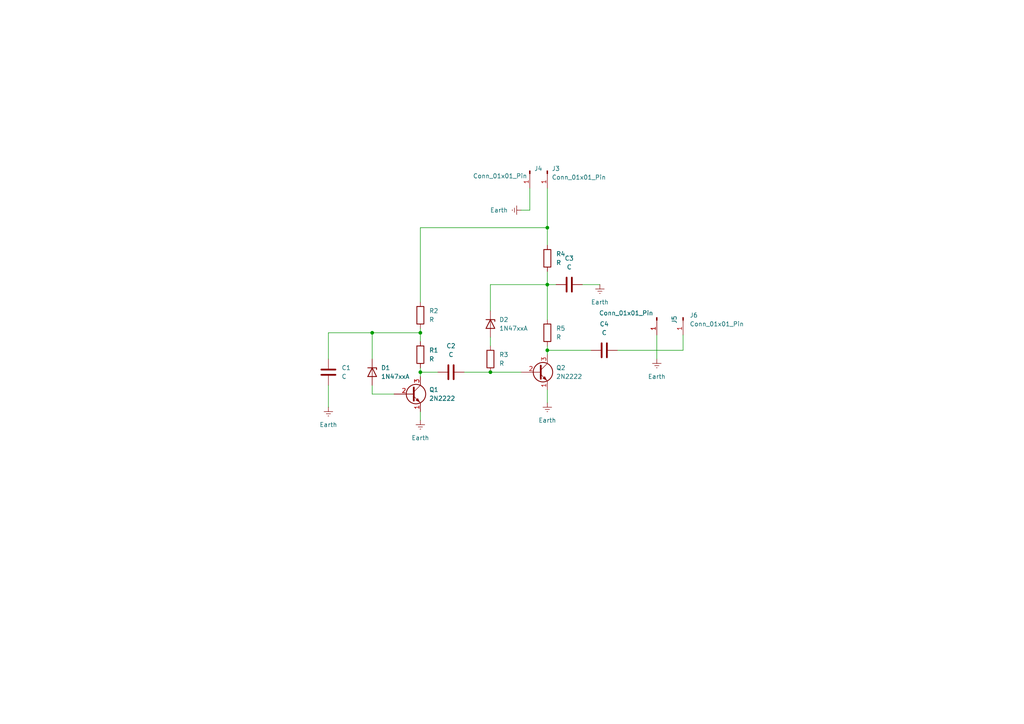
<source format=kicad_sch>
(kicad_sch
	(version 20231120)
	(generator "eeschema")
	(generator_version "8.0")
	(uuid "63a35b34-febc-449c-a5fb-896f1f8e8835")
	(paper "A4")
	(lib_symbols
		(symbol "Conn_01x01_Pin_1"
			(pin_names
				(offset 1.016) hide)
			(exclude_from_sim no)
			(in_bom yes)
			(on_board yes)
			(property "Reference" "J"
				(at 0 2.54 0)
				(effects
					(font
						(size 1.27 1.27)
					)
				)
			)
			(property "Value" "Conn_01x01_Pin"
				(at 0 -2.54 0)
				(effects
					(font
						(size 1.27 1.27)
					)
				)
			)
			(property "Footprint" ""
				(at 0 0 0)
				(effects
					(font
						(size 1.27 1.27)
					)
					(hide yes)
				)
			)
			(property "Datasheet" "~"
				(at 0 0 0)
				(effects
					(font
						(size 1.27 1.27)
					)
					(hide yes)
				)
			)
			(property "Description" "Generic connector, single row, 01x01, script generated"
				(at 0 0 0)
				(effects
					(font
						(size 1.27 1.27)
					)
					(hide yes)
				)
			)
			(property "ki_locked" ""
				(at 0 0 0)
				(effects
					(font
						(size 1.27 1.27)
					)
				)
			)
			(property "ki_keywords" "connector"
				(at 0 0 0)
				(effects
					(font
						(size 1.27 1.27)
					)
					(hide yes)
				)
			)
			(property "ki_fp_filters" "Connector*:*_1x??_*"
				(at 0 0 0)
				(effects
					(font
						(size 1.27 1.27)
					)
					(hide yes)
				)
			)
			(symbol "Conn_01x01_Pin_1_1_1"
				(polyline
					(pts
						(xy 1.27 0) (xy 0.8636 0)
					)
					(stroke
						(width 0.1524)
						(type default)
					)
					(fill
						(type none)
					)
				)
				(rectangle
					(start 0.8636 0.127)
					(end 0 -0.127)
					(stroke
						(width 0.1524)
						(type default)
					)
					(fill
						(type outline)
					)
				)
				(pin passive line
					(at 5.08 0 180)
					(length 3.81)
					(name "Pin_1"
						(effects
							(font
								(size 1.27 1.27)
							)
						)
					)
					(number "1"
						(effects
							(font
								(size 1.27 1.27)
							)
						)
					)
				)
			)
		)
		(symbol "Connector:Conn_01x01_Pin"
			(pin_names
				(offset 1.016) hide)
			(exclude_from_sim no)
			(in_bom yes)
			(on_board yes)
			(property "Reference" "J"
				(at 0 2.54 0)
				(effects
					(font
						(size 1.27 1.27)
					)
				)
			)
			(property "Value" "Conn_01x01_Pin"
				(at 0 -2.54 0)
				(effects
					(font
						(size 1.27 1.27)
					)
				)
			)
			(property "Footprint" ""
				(at 0 0 0)
				(effects
					(font
						(size 1.27 1.27)
					)
					(hide yes)
				)
			)
			(property "Datasheet" "~"
				(at 0 0 0)
				(effects
					(font
						(size 1.27 1.27)
					)
					(hide yes)
				)
			)
			(property "Description" "Generic connector, single row, 01x01, script generated"
				(at 0 0 0)
				(effects
					(font
						(size 1.27 1.27)
					)
					(hide yes)
				)
			)
			(property "ki_locked" ""
				(at 0 0 0)
				(effects
					(font
						(size 1.27 1.27)
					)
				)
			)
			(property "ki_keywords" "connector"
				(at 0 0 0)
				(effects
					(font
						(size 1.27 1.27)
					)
					(hide yes)
				)
			)
			(property "ki_fp_filters" "Connector*:*_1x??_*"
				(at 0 0 0)
				(effects
					(font
						(size 1.27 1.27)
					)
					(hide yes)
				)
			)
			(symbol "Conn_01x01_Pin_1_1"
				(polyline
					(pts
						(xy 1.27 0) (xy 0.8636 0)
					)
					(stroke
						(width 0.1524)
						(type default)
					)
					(fill
						(type none)
					)
				)
				(rectangle
					(start 0.8636 0.127)
					(end 0 -0.127)
					(stroke
						(width 0.1524)
						(type default)
					)
					(fill
						(type outline)
					)
				)
				(pin passive line
					(at 5.08 0 180)
					(length 3.81)
					(name "Pin_1"
						(effects
							(font
								(size 1.27 1.27)
							)
						)
					)
					(number "1"
						(effects
							(font
								(size 1.27 1.27)
							)
						)
					)
				)
			)
		)
		(symbol "Device:C"
			(pin_numbers hide)
			(pin_names
				(offset 0.254)
			)
			(exclude_from_sim no)
			(in_bom yes)
			(on_board yes)
			(property "Reference" "C"
				(at 0.635 2.54 0)
				(effects
					(font
						(size 1.27 1.27)
					)
					(justify left)
				)
			)
			(property "Value" "C"
				(at 0.635 -2.54 0)
				(effects
					(font
						(size 1.27 1.27)
					)
					(justify left)
				)
			)
			(property "Footprint" ""
				(at 0.9652 -3.81 0)
				(effects
					(font
						(size 1.27 1.27)
					)
					(hide yes)
				)
			)
			(property "Datasheet" "~"
				(at 0 0 0)
				(effects
					(font
						(size 1.27 1.27)
					)
					(hide yes)
				)
			)
			(property "Description" "Unpolarized capacitor"
				(at 0 0 0)
				(effects
					(font
						(size 1.27 1.27)
					)
					(hide yes)
				)
			)
			(property "ki_keywords" "cap capacitor"
				(at 0 0 0)
				(effects
					(font
						(size 1.27 1.27)
					)
					(hide yes)
				)
			)
			(property "ki_fp_filters" "C_*"
				(at 0 0 0)
				(effects
					(font
						(size 1.27 1.27)
					)
					(hide yes)
				)
			)
			(symbol "C_0_1"
				(polyline
					(pts
						(xy -2.032 -0.762) (xy 2.032 -0.762)
					)
					(stroke
						(width 0.508)
						(type default)
					)
					(fill
						(type none)
					)
				)
				(polyline
					(pts
						(xy -2.032 0.762) (xy 2.032 0.762)
					)
					(stroke
						(width 0.508)
						(type default)
					)
					(fill
						(type none)
					)
				)
			)
			(symbol "C_1_1"
				(pin passive line
					(at 0 3.81 270)
					(length 2.794)
					(name "~"
						(effects
							(font
								(size 1.27 1.27)
							)
						)
					)
					(number "1"
						(effects
							(font
								(size 1.27 1.27)
							)
						)
					)
				)
				(pin passive line
					(at 0 -3.81 90)
					(length 2.794)
					(name "~"
						(effects
							(font
								(size 1.27 1.27)
							)
						)
					)
					(number "2"
						(effects
							(font
								(size 1.27 1.27)
							)
						)
					)
				)
			)
		)
		(symbol "Device:R"
			(pin_numbers hide)
			(pin_names
				(offset 0)
			)
			(exclude_from_sim no)
			(in_bom yes)
			(on_board yes)
			(property "Reference" "R"
				(at 2.032 0 90)
				(effects
					(font
						(size 1.27 1.27)
					)
				)
			)
			(property "Value" "R"
				(at 0 0 90)
				(effects
					(font
						(size 1.27 1.27)
					)
				)
			)
			(property "Footprint" ""
				(at -1.778 0 90)
				(effects
					(font
						(size 1.27 1.27)
					)
					(hide yes)
				)
			)
			(property "Datasheet" "~"
				(at 0 0 0)
				(effects
					(font
						(size 1.27 1.27)
					)
					(hide yes)
				)
			)
			(property "Description" "Resistor"
				(at 0 0 0)
				(effects
					(font
						(size 1.27 1.27)
					)
					(hide yes)
				)
			)
			(property "ki_keywords" "R res resistor"
				(at 0 0 0)
				(effects
					(font
						(size 1.27 1.27)
					)
					(hide yes)
				)
			)
			(property "ki_fp_filters" "R_*"
				(at 0 0 0)
				(effects
					(font
						(size 1.27 1.27)
					)
					(hide yes)
				)
			)
			(symbol "R_0_1"
				(rectangle
					(start -1.016 -2.54)
					(end 1.016 2.54)
					(stroke
						(width 0.254)
						(type default)
					)
					(fill
						(type none)
					)
				)
			)
			(symbol "R_1_1"
				(pin passive line
					(at 0 3.81 270)
					(length 1.27)
					(name "~"
						(effects
							(font
								(size 1.27 1.27)
							)
						)
					)
					(number "1"
						(effects
							(font
								(size 1.27 1.27)
							)
						)
					)
				)
				(pin passive line
					(at 0 -3.81 90)
					(length 1.27)
					(name "~"
						(effects
							(font
								(size 1.27 1.27)
							)
						)
					)
					(number "2"
						(effects
							(font
								(size 1.27 1.27)
							)
						)
					)
				)
			)
		)
		(symbol "Diode:1N47xxA"
			(pin_numbers hide)
			(pin_names hide)
			(exclude_from_sim no)
			(in_bom yes)
			(on_board yes)
			(property "Reference" "D"
				(at 0 2.54 0)
				(effects
					(font
						(size 1.27 1.27)
					)
				)
			)
			(property "Value" "1N47xxA"
				(at 0 -2.54 0)
				(effects
					(font
						(size 1.27 1.27)
					)
				)
			)
			(property "Footprint" "Diode_THT:D_DO-41_SOD81_P10.16mm_Horizontal"
				(at 0 -4.445 0)
				(effects
					(font
						(size 1.27 1.27)
					)
					(hide yes)
				)
			)
			(property "Datasheet" "https://www.vishay.com/docs/85816/1n4728a.pdf"
				(at 0 0 0)
				(effects
					(font
						(size 1.27 1.27)
					)
					(hide yes)
				)
			)
			(property "Description" "1300mW Silicon planar power Zener diodes, DO-41"
				(at 0 0 0)
				(effects
					(font
						(size 1.27 1.27)
					)
					(hide yes)
				)
			)
			(property "ki_keywords" "zener diode"
				(at 0 0 0)
				(effects
					(font
						(size 1.27 1.27)
					)
					(hide yes)
				)
			)
			(property "ki_fp_filters" "D*DO?41*"
				(at 0 0 0)
				(effects
					(font
						(size 1.27 1.27)
					)
					(hide yes)
				)
			)
			(symbol "1N47xxA_0_1"
				(polyline
					(pts
						(xy 1.27 0) (xy -1.27 0)
					)
					(stroke
						(width 0)
						(type default)
					)
					(fill
						(type none)
					)
				)
				(polyline
					(pts
						(xy -1.27 -1.27) (xy -1.27 1.27) (xy -0.762 1.27)
					)
					(stroke
						(width 0.254)
						(type default)
					)
					(fill
						(type none)
					)
				)
				(polyline
					(pts
						(xy 1.27 -1.27) (xy 1.27 1.27) (xy -1.27 0) (xy 1.27 -1.27)
					)
					(stroke
						(width 0.254)
						(type default)
					)
					(fill
						(type none)
					)
				)
			)
			(symbol "1N47xxA_1_1"
				(pin passive line
					(at -3.81 0 0)
					(length 2.54)
					(name "K"
						(effects
							(font
								(size 1.27 1.27)
							)
						)
					)
					(number "1"
						(effects
							(font
								(size 1.27 1.27)
							)
						)
					)
				)
				(pin passive line
					(at 3.81 0 180)
					(length 2.54)
					(name "A"
						(effects
							(font
								(size 1.27 1.27)
							)
						)
					)
					(number "2"
						(effects
							(font
								(size 1.27 1.27)
							)
						)
					)
				)
			)
		)
		(symbol "Transistor_BJT:2N2219"
			(pin_names
				(offset 0) hide)
			(exclude_from_sim no)
			(in_bom yes)
			(on_board yes)
			(property "Reference" "Q"
				(at 5.08 1.905 0)
				(effects
					(font
						(size 1.27 1.27)
					)
					(justify left)
				)
			)
			(property "Value" "2N2219"
				(at 5.08 0 0)
				(effects
					(font
						(size 1.27 1.27)
					)
					(justify left)
				)
			)
			(property "Footprint" "Package_TO_SOT_THT:TO-39-3"
				(at 5.08 -1.905 0)
				(effects
					(font
						(size 1.27 1.27)
						(italic yes)
					)
					(justify left)
					(hide yes)
				)
			)
			(property "Datasheet" "http://www.onsemi.com/pub_link/Collateral/2N2219-D.PDF"
				(at 0 0 0)
				(effects
					(font
						(size 1.27 1.27)
					)
					(justify left)
					(hide yes)
				)
			)
			(property "Description" "800mA Ic, 50V Vce, NPN Transistor, TO-39"
				(at 0 0 0)
				(effects
					(font
						(size 1.27 1.27)
					)
					(hide yes)
				)
			)
			(property "ki_keywords" "NPN Transistor"
				(at 0 0 0)
				(effects
					(font
						(size 1.27 1.27)
					)
					(hide yes)
				)
			)
			(property "ki_fp_filters" "TO?39*"
				(at 0 0 0)
				(effects
					(font
						(size 1.27 1.27)
					)
					(hide yes)
				)
			)
			(symbol "2N2219_0_1"
				(polyline
					(pts
						(xy 0.635 0.635) (xy 2.54 2.54)
					)
					(stroke
						(width 0)
						(type default)
					)
					(fill
						(type none)
					)
				)
				(polyline
					(pts
						(xy 0.635 -0.635) (xy 2.54 -2.54) (xy 2.54 -2.54)
					)
					(stroke
						(width 0)
						(type default)
					)
					(fill
						(type none)
					)
				)
				(polyline
					(pts
						(xy 0.635 1.905) (xy 0.635 -1.905) (xy 0.635 -1.905)
					)
					(stroke
						(width 0.508)
						(type default)
					)
					(fill
						(type none)
					)
				)
				(polyline
					(pts
						(xy 1.27 -1.778) (xy 1.778 -1.27) (xy 2.286 -2.286) (xy 1.27 -1.778) (xy 1.27 -1.778)
					)
					(stroke
						(width 0)
						(type default)
					)
					(fill
						(type outline)
					)
				)
				(circle
					(center 1.27 0)
					(radius 2.8194)
					(stroke
						(width 0.254)
						(type default)
					)
					(fill
						(type none)
					)
				)
			)
			(symbol "2N2219_1_1"
				(pin passive line
					(at 2.54 -5.08 90)
					(length 2.54)
					(name "E"
						(effects
							(font
								(size 1.27 1.27)
							)
						)
					)
					(number "1"
						(effects
							(font
								(size 1.27 1.27)
							)
						)
					)
				)
				(pin passive line
					(at -5.08 0 0)
					(length 5.715)
					(name "B"
						(effects
							(font
								(size 1.27 1.27)
							)
						)
					)
					(number "2"
						(effects
							(font
								(size 1.27 1.27)
							)
						)
					)
				)
				(pin passive line
					(at 2.54 5.08 270)
					(length 2.54)
					(name "C"
						(effects
							(font
								(size 1.27 1.27)
							)
						)
					)
					(number "3"
						(effects
							(font
								(size 1.27 1.27)
							)
						)
					)
				)
			)
		)
		(symbol "power:Earth"
			(power)
			(pin_numbers hide)
			(pin_names
				(offset 0) hide)
			(exclude_from_sim no)
			(in_bom yes)
			(on_board yes)
			(property "Reference" "#PWR"
				(at 0 -6.35 0)
				(effects
					(font
						(size 1.27 1.27)
					)
					(hide yes)
				)
			)
			(property "Value" "Earth"
				(at 0 -3.81 0)
				(effects
					(font
						(size 1.27 1.27)
					)
				)
			)
			(property "Footprint" ""
				(at 0 0 0)
				(effects
					(font
						(size 1.27 1.27)
					)
					(hide yes)
				)
			)
			(property "Datasheet" "~"
				(at 0 0 0)
				(effects
					(font
						(size 1.27 1.27)
					)
					(hide yes)
				)
			)
			(property "Description" "Power symbol creates a global label with name \"Earth\""
				(at 0 0 0)
				(effects
					(font
						(size 1.27 1.27)
					)
					(hide yes)
				)
			)
			(property "ki_keywords" "global ground gnd"
				(at 0 0 0)
				(effects
					(font
						(size 1.27 1.27)
					)
					(hide yes)
				)
			)
			(symbol "Earth_0_1"
				(polyline
					(pts
						(xy -0.635 -1.905) (xy 0.635 -1.905)
					)
					(stroke
						(width 0)
						(type default)
					)
					(fill
						(type none)
					)
				)
				(polyline
					(pts
						(xy -0.127 -2.54) (xy 0.127 -2.54)
					)
					(stroke
						(width 0)
						(type default)
					)
					(fill
						(type none)
					)
				)
				(polyline
					(pts
						(xy 0 -1.27) (xy 0 0)
					)
					(stroke
						(width 0)
						(type default)
					)
					(fill
						(type none)
					)
				)
				(polyline
					(pts
						(xy 1.27 -1.27) (xy -1.27 -1.27)
					)
					(stroke
						(width 0)
						(type default)
					)
					(fill
						(type none)
					)
				)
			)
			(symbol "Earth_1_1"
				(pin power_in line
					(at 0 0 270)
					(length 0)
					(name "~"
						(effects
							(font
								(size 1.27 1.27)
							)
						)
					)
					(number "1"
						(effects
							(font
								(size 1.27 1.27)
							)
						)
					)
				)
			)
		)
	)
	(junction
		(at 142.24 107.95)
		(diameter 0)
		(color 0 0 0 0)
		(uuid "147e4f51-4a04-4282-8719-f183a4401b46")
	)
	(junction
		(at 158.75 82.55)
		(diameter 0)
		(color 0 0 0 0)
		(uuid "16c6f3d1-1a30-4bc1-9dc6-968c71a5a1dc")
	)
	(junction
		(at 121.92 107.95)
		(diameter 0)
		(color 0 0 0 0)
		(uuid "88667642-f8d2-4d94-8f40-4408d9851e75")
	)
	(junction
		(at 158.75 101.6)
		(diameter 0)
		(color 0 0 0 0)
		(uuid "a0fb1f40-6705-4293-b388-6561e7b7f1a7")
	)
	(junction
		(at 121.92 96.52)
		(diameter 0)
		(color 0 0 0 0)
		(uuid "def3c9bd-7319-4612-b18c-f89fd5a1f5f4")
	)
	(junction
		(at 107.95 96.52)
		(diameter 0)
		(color 0 0 0 0)
		(uuid "e62ffa63-cfd6-4f19-87bd-157b85cfb876")
	)
	(junction
		(at 158.75 66.04)
		(diameter 0)
		(color 0 0 0 0)
		(uuid "fb3b88cc-4e38-4344-8540-5acf8dc044d8")
	)
	(wire
		(pts
			(xy 158.75 78.74) (xy 158.75 82.55)
		)
		(stroke
			(width 0)
			(type default)
		)
		(uuid "00d72c6e-eb45-49b9-8ee3-a4aa76afd562")
	)
	(wire
		(pts
			(xy 198.12 97.155) (xy 198.12 101.6)
		)
		(stroke
			(width 0)
			(type default)
		)
		(uuid "0148ede2-dd4d-463f-bef2-42e9eb0d3cd3")
	)
	(wire
		(pts
			(xy 121.92 107.95) (xy 127 107.95)
		)
		(stroke
			(width 0)
			(type default)
		)
		(uuid "019fe052-7027-47e7-996d-21efde3f7232")
	)
	(wire
		(pts
			(xy 142.24 97.79) (xy 142.24 100.33)
		)
		(stroke
			(width 0)
			(type default)
		)
		(uuid "03349ba3-77cf-403a-a49f-0866e1ec5397")
	)
	(wire
		(pts
			(xy 179.07 101.6) (xy 198.12 101.6)
		)
		(stroke
			(width 0)
			(type default)
		)
		(uuid "26a78c89-7614-4be7-abc6-d3b70900ef75")
	)
	(wire
		(pts
			(xy 121.92 87.63) (xy 121.92 66.04)
		)
		(stroke
			(width 0)
			(type default)
		)
		(uuid "2b7f3140-843e-4fe8-9607-8ad4fc220dfa")
	)
	(wire
		(pts
			(xy 121.92 107.95) (xy 121.92 109.22)
		)
		(stroke
			(width 0)
			(type default)
		)
		(uuid "30cfb9c1-e0f5-4dac-98bc-9ae95eee04ea")
	)
	(wire
		(pts
			(xy 121.92 95.25) (xy 121.92 96.52)
		)
		(stroke
			(width 0)
			(type default)
		)
		(uuid "52117a22-76d0-4531-960b-abcd655b7d4e")
	)
	(wire
		(pts
			(xy 190.5 97.155) (xy 190.5 104.14)
		)
		(stroke
			(width 0)
			(type default)
		)
		(uuid "5bff761a-2173-469a-903d-aa0bf35b2057")
	)
	(wire
		(pts
			(xy 158.75 66.04) (xy 158.75 71.12)
		)
		(stroke
			(width 0)
			(type default)
		)
		(uuid "5fed0d9d-d2d2-4bc9-98a3-315263d34666")
	)
	(wire
		(pts
			(xy 142.24 82.55) (xy 158.75 82.55)
		)
		(stroke
			(width 0)
			(type default)
		)
		(uuid "65a818cc-1e23-4c32-a7ae-65593e20e4df")
	)
	(wire
		(pts
			(xy 158.75 54.61) (xy 158.75 66.04)
		)
		(stroke
			(width 0)
			(type default)
		)
		(uuid "69311501-8a7d-4259-883f-d9ef47477af8")
	)
	(wire
		(pts
			(xy 121.92 106.68) (xy 121.92 107.95)
		)
		(stroke
			(width 0)
			(type default)
		)
		(uuid "69b59fb0-46d0-4e26-83c1-d6e893766ac6")
	)
	(wire
		(pts
			(xy 107.95 104.14) (xy 107.95 96.52)
		)
		(stroke
			(width 0)
			(type default)
		)
		(uuid "6a1c6b48-fe25-4d32-b712-6016e75a1bab")
	)
	(wire
		(pts
			(xy 95.25 96.52) (xy 107.95 96.52)
		)
		(stroke
			(width 0)
			(type default)
		)
		(uuid "78d9c451-db9b-4500-9be7-78b00a04dcf4")
	)
	(wire
		(pts
			(xy 134.62 107.95) (xy 142.24 107.95)
		)
		(stroke
			(width 0)
			(type default)
		)
		(uuid "7957d96e-49d3-4092-bbe7-687cbc5829dc")
	)
	(wire
		(pts
			(xy 158.75 82.55) (xy 158.75 92.71)
		)
		(stroke
			(width 0)
			(type default)
		)
		(uuid "7eab5b56-1359-482b-bbdb-fe0f7495aef5")
	)
	(wire
		(pts
			(xy 168.91 82.55) (xy 173.99 82.55)
		)
		(stroke
			(width 0)
			(type default)
		)
		(uuid "81e83406-c1f0-4587-a51e-313c63ee217d")
	)
	(wire
		(pts
			(xy 158.75 82.55) (xy 161.29 82.55)
		)
		(stroke
			(width 0)
			(type default)
		)
		(uuid "853d0d35-c5fa-497d-b796-9c7d7594e729")
	)
	(wire
		(pts
			(xy 142.24 90.17) (xy 142.24 82.55)
		)
		(stroke
			(width 0)
			(type default)
		)
		(uuid "88e12752-7b41-4ca5-9631-02518851c481")
	)
	(wire
		(pts
			(xy 142.24 107.95) (xy 151.13 107.95)
		)
		(stroke
			(width 0)
			(type default)
		)
		(uuid "938b11d0-a3b5-44c9-9500-0ef34ebcfbe2")
	)
	(wire
		(pts
			(xy 95.25 111.76) (xy 95.25 118.11)
		)
		(stroke
			(width 0)
			(type default)
		)
		(uuid "93aada46-82c1-4cb4-a017-f62c1f29eb3d")
	)
	(wire
		(pts
			(xy 121.92 119.38) (xy 121.92 121.92)
		)
		(stroke
			(width 0)
			(type default)
		)
		(uuid "95b8c41e-a57c-416f-8e25-00c794516f58")
	)
	(wire
		(pts
			(xy 153.67 54.61) (xy 153.67 60.96)
		)
		(stroke
			(width 0)
			(type default)
		)
		(uuid "a763e8cf-ea9f-4ecf-9614-a68fc79cb3fd")
	)
	(wire
		(pts
			(xy 158.75 113.03) (xy 158.75 116.84)
		)
		(stroke
			(width 0)
			(type default)
		)
		(uuid "b8680378-35a2-4248-a9c3-a902cac1e6d9")
	)
	(wire
		(pts
			(xy 107.95 96.52) (xy 121.92 96.52)
		)
		(stroke
			(width 0)
			(type default)
		)
		(uuid "bad2791a-8b8c-4515-86ff-6df0f9a113ef")
	)
	(wire
		(pts
			(xy 107.95 111.76) (xy 107.95 114.3)
		)
		(stroke
			(width 0)
			(type default)
		)
		(uuid "c0d4f024-edbd-4bdc-8f33-c34ea13b12a5")
	)
	(wire
		(pts
			(xy 107.95 114.3) (xy 114.3 114.3)
		)
		(stroke
			(width 0)
			(type default)
		)
		(uuid "c32f20de-2662-42ad-acd4-1b441814dcb2")
	)
	(wire
		(pts
			(xy 158.75 100.33) (xy 158.75 101.6)
		)
		(stroke
			(width 0)
			(type default)
		)
		(uuid "d2ef9c9d-4139-4d0a-9586-e2df86eb6b2d")
	)
	(wire
		(pts
			(xy 95.25 104.14) (xy 95.25 96.52)
		)
		(stroke
			(width 0)
			(type default)
		)
		(uuid "d391fda0-7088-4013-ae0c-f14b543c524a")
	)
	(wire
		(pts
			(xy 121.92 96.52) (xy 121.92 99.06)
		)
		(stroke
			(width 0)
			(type default)
		)
		(uuid "dbceed89-28cb-4b1e-9e52-c8a5458c8bac")
	)
	(wire
		(pts
			(xy 153.67 60.96) (xy 151.13 60.96)
		)
		(stroke
			(width 0)
			(type default)
		)
		(uuid "e0a3ab06-8a33-41d6-b814-ec4602dbf2a2")
	)
	(wire
		(pts
			(xy 158.75 101.6) (xy 171.45 101.6)
		)
		(stroke
			(width 0)
			(type default)
		)
		(uuid "e31aee7c-932c-419f-bdfc-7f23cc41a7e1")
	)
	(wire
		(pts
			(xy 121.92 66.04) (xy 158.75 66.04)
		)
		(stroke
			(width 0)
			(type default)
		)
		(uuid "ece0d4ba-9ccf-49aa-b33c-2aa379d115bf")
	)
	(wire
		(pts
			(xy 158.75 101.6) (xy 158.75 102.87)
		)
		(stroke
			(width 0)
			(type default)
		)
		(uuid "f10aef40-49c2-4582-ae15-d07e8911393f")
	)
	(symbol
		(lib_id "Device:R")
		(at 142.24 104.14 0)
		(unit 1)
		(exclude_from_sim no)
		(in_bom yes)
		(on_board yes)
		(dnp no)
		(fields_autoplaced yes)
		(uuid "094dc4f9-be81-4ef8-a6db-ef7f57cf2537")
		(property "Reference" "R3"
			(at 144.78 102.8699 0)
			(effects
				(font
					(size 1.27 1.27)
				)
				(justify left)
			)
		)
		(property "Value" "R"
			(at 144.78 105.4099 0)
			(effects
				(font
					(size 1.27 1.27)
				)
				(justify left)
			)
		)
		(property "Footprint" "Resistor_SMD:R_0805_2012Metric"
			(at 140.462 104.14 90)
			(effects
				(font
					(size 1.27 1.27)
				)
				(hide yes)
			)
		)
		(property "Datasheet" "~"
			(at 142.24 104.14 0)
			(effects
				(font
					(size 1.27 1.27)
				)
				(hide yes)
			)
		)
		(property "Description" "Resistor"
			(at 142.24 104.14 0)
			(effects
				(font
					(size 1.27 1.27)
				)
				(hide yes)
			)
		)
		(pin "1"
			(uuid "ebcfd7d8-4907-4355-a62b-7322969c4e96")
		)
		(pin "2"
			(uuid "2e400f83-9046-416f-9712-a703e8dce6a0")
		)
		(instances
			(project "KiCad"
				(path "/63a35b34-febc-449c-a5fb-896f1f8e8835"
					(reference "R3")
					(unit 1)
				)
			)
		)
	)
	(symbol
		(lib_id "Transistor_BJT:2N2219")
		(at 119.38 114.3 0)
		(unit 1)
		(exclude_from_sim no)
		(in_bom yes)
		(on_board yes)
		(dnp no)
		(fields_autoplaced yes)
		(uuid "1c251839-fc4d-4fac-baaa-2cf683bbc2be")
		(property "Reference" "Q1"
			(at 124.46 113.0299 0)
			(effects
				(font
					(size 1.27 1.27)
				)
				(justify left)
			)
		)
		(property "Value" "2N2222"
			(at 124.46 115.5699 0)
			(effects
				(font
					(size 1.27 1.27)
				)
				(justify left)
			)
		)
		(property "Footprint" "Package_TO_SOT_SMD:SOT-23"
			(at 124.46 116.205 0)
			(effects
				(font
					(size 1.27 1.27)
					(italic yes)
				)
				(justify left)
				(hide yes)
			)
		)
		(property "Datasheet" "http://www.onsemi.com/pub_link/Collateral/2N2219-D.PDF"
			(at 119.38 114.3 0)
			(effects
				(font
					(size 1.27 1.27)
				)
				(justify left)
				(hide yes)
			)
		)
		(property "Description" ""
			(at 119.38 114.3 0)
			(effects
				(font
					(size 1.27 1.27)
				)
				(hide yes)
			)
		)
		(pin "2"
			(uuid "12d1fabd-59c1-44e6-a0a0-5f91e7aeedf3")
		)
		(pin "3"
			(uuid "ba51c042-d218-428e-8d9e-0f6e74788f8f")
		)
		(pin "1"
			(uuid "ad6b97d8-2be2-4ac8-b7d9-7aa3d4e93f83")
		)
		(instances
			(project ""
				(path "/63a35b34-febc-449c-a5fb-896f1f8e8835"
					(reference "Q1")
					(unit 1)
				)
			)
		)
	)
	(symbol
		(lib_id "Device:C")
		(at 175.26 101.6 90)
		(unit 1)
		(exclude_from_sim no)
		(in_bom yes)
		(on_board yes)
		(dnp no)
		(fields_autoplaced yes)
		(uuid "2b8a3e2b-cbc7-471c-afde-5d0d1f1bb492")
		(property "Reference" "C4"
			(at 175.26 93.98 90)
			(effects
				(font
					(size 1.27 1.27)
				)
			)
		)
		(property "Value" "C"
			(at 175.26 96.52 90)
			(effects
				(font
					(size 1.27 1.27)
				)
			)
		)
		(property "Footprint" "Capacitor_SMD:C_0805_2012Metric"
			(at 179.07 100.6348 0)
			(effects
				(font
					(size 1.27 1.27)
				)
				(hide yes)
			)
		)
		(property "Datasheet" "~"
			(at 175.26 101.6 0)
			(effects
				(font
					(size 1.27 1.27)
				)
				(hide yes)
			)
		)
		(property "Description" "Unpolarized capacitor"
			(at 175.26 101.6 0)
			(effects
				(font
					(size 1.27 1.27)
				)
				(hide yes)
			)
		)
		(pin "1"
			(uuid "20f6e206-10dd-464c-ba50-a5fb09df41c5")
		)
		(pin "2"
			(uuid "eae625c6-dc34-482b-8938-81d521f66bde")
		)
		(instances
			(project "KiCad"
				(path "/63a35b34-febc-449c-a5fb-896f1f8e8835"
					(reference "C4")
					(unit 1)
				)
			)
		)
	)
	(symbol
		(lib_id "Device:C")
		(at 165.1 82.55 90)
		(unit 1)
		(exclude_from_sim no)
		(in_bom yes)
		(on_board yes)
		(dnp no)
		(fields_autoplaced yes)
		(uuid "314bb165-e45e-4fed-bf3b-9195c8a7bcee")
		(property "Reference" "C3"
			(at 165.1 74.93 90)
			(effects
				(font
					(size 1.27 1.27)
				)
			)
		)
		(property "Value" "C"
			(at 165.1 77.47 90)
			(effects
				(font
					(size 1.27 1.27)
				)
			)
		)
		(property "Footprint" "Capacitor_SMD:C_0805_2012Metric"
			(at 168.91 81.5848 0)
			(effects
				(font
					(size 1.27 1.27)
				)
				(hide yes)
			)
		)
		(property "Datasheet" "~"
			(at 165.1 82.55 0)
			(effects
				(font
					(size 1.27 1.27)
				)
				(hide yes)
			)
		)
		(property "Description" "Unpolarized capacitor"
			(at 165.1 82.55 0)
			(effects
				(font
					(size 1.27 1.27)
				)
				(hide yes)
			)
		)
		(pin "1"
			(uuid "589b9f16-fb1c-4ac4-aecf-9d1ffe19c0bc")
		)
		(pin "2"
			(uuid "83475f16-eb74-47d3-ba62-775bce915973")
		)
		(instances
			(project "KiCad"
				(path "/63a35b34-febc-449c-a5fb-896f1f8e8835"
					(reference "C3")
					(unit 1)
				)
			)
		)
	)
	(symbol
		(lib_id "Connector:Conn_01x01_Pin")
		(at 153.67 49.53 270)
		(unit 1)
		(exclude_from_sim no)
		(in_bom yes)
		(on_board yes)
		(dnp no)
		(uuid "3cebd9e7-65ef-453b-8215-66d7e1375b38")
		(property "Reference" "J4"
			(at 154.94 48.8949 90)
			(effects
				(font
					(size 1.27 1.27)
				)
				(justify left)
			)
		)
		(property "Value" "Conn_01x01_Pin"
			(at 137.16 51.0539 90)
			(effects
				(font
					(size 1.27 1.27)
				)
				(justify left)
			)
		)
		(property "Footprint" "Connector_Wire:SolderWire-0.1sqmm_1x01_D0.4mm_OD1mm"
			(at 153.67 49.53 0)
			(effects
				(font
					(size 1.27 1.27)
				)
				(hide yes)
			)
		)
		(property "Datasheet" "~"
			(at 153.67 49.53 0)
			(effects
				(font
					(size 1.27 1.27)
				)
				(hide yes)
			)
		)
		(property "Description" "Generic connector, single row, 01x01, script generated"
			(at 153.67 49.53 0)
			(effects
				(font
					(size 1.27 1.27)
				)
				(hide yes)
			)
		)
		(pin "1"
			(uuid "777c5794-0cba-4c1e-b829-a6385265f04e")
		)
		(instances
			(project "KiCad"
				(path "/63a35b34-febc-449c-a5fb-896f1f8e8835"
					(reference "J4")
					(unit 1)
				)
			)
		)
	)
	(symbol
		(lib_id "power:Earth")
		(at 121.92 121.92 0)
		(unit 1)
		(exclude_from_sim no)
		(in_bom yes)
		(on_board yes)
		(dnp no)
		(fields_autoplaced yes)
		(uuid "45cb0451-eb41-42b7-9719-8c9e41063fa0")
		(property "Reference" "#PWR03"
			(at 121.92 128.27 0)
			(effects
				(font
					(size 1.27 1.27)
				)
				(hide yes)
			)
		)
		(property "Value" "Earth"
			(at 121.92 127 0)
			(effects
				(font
					(size 1.27 1.27)
				)
			)
		)
		(property "Footprint" ""
			(at 121.92 121.92 0)
			(effects
				(font
					(size 1.27 1.27)
				)
				(hide yes)
			)
		)
		(property "Datasheet" "~"
			(at 121.92 121.92 0)
			(effects
				(font
					(size 1.27 1.27)
				)
				(hide yes)
			)
		)
		(property "Description" "Power symbol creates a global label with name \"Earth\""
			(at 121.92 121.92 0)
			(effects
				(font
					(size 1.27 1.27)
				)
				(hide yes)
			)
		)
		(pin "1"
			(uuid "6b27081a-5526-48ef-ab1e-e8ccca5603b3")
		)
		(instances
			(project "KiCad"
				(path "/63a35b34-febc-449c-a5fb-896f1f8e8835"
					(reference "#PWR03")
					(unit 1)
				)
			)
		)
	)
	(symbol
		(lib_id "Device:R")
		(at 158.75 96.52 0)
		(unit 1)
		(exclude_from_sim no)
		(in_bom yes)
		(on_board yes)
		(dnp no)
		(fields_autoplaced yes)
		(uuid "5a7146d3-4ced-4780-9f56-077ca5a2ae8e")
		(property "Reference" "R5"
			(at 161.29 95.2499 0)
			(effects
				(font
					(size 1.27 1.27)
				)
				(justify left)
			)
		)
		(property "Value" "R"
			(at 161.29 97.7899 0)
			(effects
				(font
					(size 1.27 1.27)
				)
				(justify left)
			)
		)
		(property "Footprint" "Resistor_SMD:R_0805_2012Metric"
			(at 156.972 96.52 90)
			(effects
				(font
					(size 1.27 1.27)
				)
				(hide yes)
			)
		)
		(property "Datasheet" "~"
			(at 158.75 96.52 0)
			(effects
				(font
					(size 1.27 1.27)
				)
				(hide yes)
			)
		)
		(property "Description" "Resistor"
			(at 158.75 96.52 0)
			(effects
				(font
					(size 1.27 1.27)
				)
				(hide yes)
			)
		)
		(pin "1"
			(uuid "a93311c3-8946-4256-a05a-11b3b3306cae")
		)
		(pin "2"
			(uuid "f8f4efe4-22fb-4db7-8291-cf8f738c4a62")
		)
		(instances
			(project "KiCad"
				(path "/63a35b34-febc-449c-a5fb-896f1f8e8835"
					(reference "R5")
					(unit 1)
				)
			)
		)
	)
	(symbol
		(lib_id "power:Earth")
		(at 173.99 82.55 0)
		(unit 1)
		(exclude_from_sim no)
		(in_bom yes)
		(on_board yes)
		(dnp no)
		(fields_autoplaced yes)
		(uuid "65ec559c-7c45-4794-9257-c6a7a720d97c")
		(property "Reference" "#PWR06"
			(at 173.99 88.9 0)
			(effects
				(font
					(size 1.27 1.27)
				)
				(hide yes)
			)
		)
		(property "Value" "Earth"
			(at 173.99 87.63 0)
			(effects
				(font
					(size 1.27 1.27)
				)
			)
		)
		(property "Footprint" ""
			(at 173.99 82.55 0)
			(effects
				(font
					(size 1.27 1.27)
				)
				(hide yes)
			)
		)
		(property "Datasheet" "~"
			(at 173.99 82.55 0)
			(effects
				(font
					(size 1.27 1.27)
				)
				(hide yes)
			)
		)
		(property "Description" "Power symbol creates a global label with name \"Earth\""
			(at 173.99 82.55 0)
			(effects
				(font
					(size 1.27 1.27)
				)
				(hide yes)
			)
		)
		(pin "1"
			(uuid "5b973158-4942-4d75-9b82-239b47bd97ad")
		)
		(instances
			(project "KiCad"
				(path "/63a35b34-febc-449c-a5fb-896f1f8e8835"
					(reference "#PWR06")
					(unit 1)
				)
			)
		)
	)
	(symbol
		(lib_id "power:Earth")
		(at 151.13 60.96 270)
		(unit 1)
		(exclude_from_sim no)
		(in_bom yes)
		(on_board yes)
		(dnp no)
		(fields_autoplaced yes)
		(uuid "6992a5cf-371c-4088-ac24-44a7c7af6187")
		(property "Reference" "#PWR05"
			(at 144.78 60.96 0)
			(effects
				(font
					(size 1.27 1.27)
				)
				(hide yes)
			)
		)
		(property "Value" "Earth"
			(at 147.32 60.9599 90)
			(effects
				(font
					(size 1.27 1.27)
				)
				(justify right)
			)
		)
		(property "Footprint" ""
			(at 151.13 60.96 0)
			(effects
				(font
					(size 1.27 1.27)
				)
				(hide yes)
			)
		)
		(property "Datasheet" "~"
			(at 151.13 60.96 0)
			(effects
				(font
					(size 1.27 1.27)
				)
				(hide yes)
			)
		)
		(property "Description" "Power symbol creates a global label with name \"Earth\""
			(at 151.13 60.96 0)
			(effects
				(font
					(size 1.27 1.27)
				)
				(hide yes)
			)
		)
		(pin "1"
			(uuid "627f4e31-acc7-4748-9927-25230b2404be")
		)
		(instances
			(project "KiCad"
				(path "/63a35b34-febc-449c-a5fb-896f1f8e8835"
					(reference "#PWR05")
					(unit 1)
				)
			)
		)
	)
	(symbol
		(lib_id "Connector:Conn_01x01_Pin")
		(at 190.5 92.075 270)
		(unit 1)
		(exclude_from_sim no)
		(in_bom yes)
		(on_board yes)
		(dnp no)
		(uuid "6acdefbb-35e0-408a-8f4e-1bec467b5b76")
		(property "Reference" "J5"
			(at 195.58 92.71 0)
			(effects
				(font
					(size 1.27 1.27)
				)
			)
		)
		(property "Value" "Conn_01x01_Pin"
			(at 181.61 90.805 90)
			(effects
				(font
					(size 1.27 1.27)
				)
			)
		)
		(property "Footprint" "Connector_Wire:SolderWire-0.1sqmm_1x01_D0.4mm_OD1mm"
			(at 190.5 92.075 0)
			(effects
				(font
					(size 1.27 1.27)
				)
				(hide yes)
			)
		)
		(property "Datasheet" "~"
			(at 190.5 92.075 0)
			(effects
				(font
					(size 1.27 1.27)
				)
				(hide yes)
			)
		)
		(property "Description" "Generic connector, single row, 01x01, script generated"
			(at 190.5 92.075 0)
			(effects
				(font
					(size 1.27 1.27)
				)
				(hide yes)
			)
		)
		(pin "1"
			(uuid "c2f25417-e3ed-4343-b548-ee785be46403")
		)
		(instances
			(project "KiCad"
				(path "/63a35b34-febc-449c-a5fb-896f1f8e8835"
					(reference "J5")
					(unit 1)
				)
			)
		)
	)
	(symbol
		(lib_id "Connector:Conn_01x01_Pin")
		(at 198.12 92.075 270)
		(unit 1)
		(exclude_from_sim no)
		(in_bom yes)
		(on_board yes)
		(dnp no)
		(fields_autoplaced yes)
		(uuid "750d542c-c97c-40d1-b661-b048e96590c8")
		(property "Reference" "J6"
			(at 200.025 91.4399 90)
			(effects
				(font
					(size 1.27 1.27)
				)
				(justify left)
			)
		)
		(property "Value" "Conn_01x01_Pin"
			(at 200.025 93.9799 90)
			(effects
				(font
					(size 1.27 1.27)
				)
				(justify left)
			)
		)
		(property "Footprint" "Connector_Wire:SolderWire-0.1sqmm_1x01_D0.4mm_OD1mm"
			(at 198.12 92.075 0)
			(effects
				(font
					(size 1.27 1.27)
				)
				(hide yes)
			)
		)
		(property "Datasheet" "~"
			(at 198.12 92.075 0)
			(effects
				(font
					(size 1.27 1.27)
				)
				(hide yes)
			)
		)
		(property "Description" "Generic connector, single row, 01x01, script generated"
			(at 198.12 92.075 0)
			(effects
				(font
					(size 1.27 1.27)
				)
				(hide yes)
			)
		)
		(pin "1"
			(uuid "3920acc6-ab31-4946-99de-dc91a1575ca3")
		)
		(instances
			(project "KiCad"
				(path "/63a35b34-febc-449c-a5fb-896f1f8e8835"
					(reference "J6")
					(unit 1)
				)
			)
		)
	)
	(symbol
		(lib_name "Conn_01x01_Pin_1")
		(lib_id "Connector:Conn_01x01_Pin")
		(at 158.75 49.53 270)
		(unit 1)
		(exclude_from_sim no)
		(in_bom yes)
		(on_board yes)
		(dnp no)
		(fields_autoplaced yes)
		(uuid "768e86ce-b818-47b7-b58a-4cc4f878f5e1")
		(property "Reference" "J3"
			(at 160.02 48.8949 90)
			(effects
				(font
					(size 1.27 1.27)
				)
				(justify left)
			)
		)
		(property "Value" "Conn_01x01_Pin"
			(at 160.02 51.4349 90)
			(effects
				(font
					(size 1.27 1.27)
				)
				(justify left)
			)
		)
		(property "Footprint" "Connector_Wire:SolderWire-0.1sqmm_1x01_D0.4mm_OD1mm"
			(at 158.75 49.53 0)
			(effects
				(font
					(size 1.27 1.27)
				)
				(hide yes)
			)
		)
		(property "Datasheet" "~"
			(at 158.75 49.53 0)
			(effects
				(font
					(size 1.27 1.27)
				)
				(hide yes)
			)
		)
		(property "Description" "Generic connector, single row, 01x01, script generated"
			(at 158.75 49.53 0)
			(effects
				(font
					(size 1.27 1.27)
				)
				(hide yes)
			)
		)
		(pin "1"
			(uuid "feede31c-732d-4c17-bede-9ed05e1f85de")
		)
		(instances
			(project ""
				(path "/63a35b34-febc-449c-a5fb-896f1f8e8835"
					(reference "J3")
					(unit 1)
				)
			)
		)
	)
	(symbol
		(lib_id "Diode:1N47xxA")
		(at 107.95 107.95 270)
		(unit 1)
		(exclude_from_sim no)
		(in_bom yes)
		(on_board yes)
		(dnp no)
		(fields_autoplaced yes)
		(uuid "88cccc59-3a61-41fd-aeed-fbc8b231f87b")
		(property "Reference" "D1"
			(at 110.49 106.6799 90)
			(effects
				(font
					(size 1.27 1.27)
				)
				(justify left)
			)
		)
		(property "Value" "1N47xxA"
			(at 110.49 109.2199 90)
			(effects
				(font
					(size 1.27 1.27)
				)
				(justify left)
			)
		)
		(property "Footprint" "Diode_THT:D_DO-41_SOD81_P10.16mm_Horizontal"
			(at 103.505 107.95 0)
			(effects
				(font
					(size 1.27 1.27)
				)
				(hide yes)
			)
		)
		(property "Datasheet" "https://www.vishay.com/docs/85816/1n4728a.pdf"
			(at 107.95 107.95 0)
			(effects
				(font
					(size 1.27 1.27)
				)
				(hide yes)
			)
		)
		(property "Description" "1300mW Silicon planar power Zener diodes, DO-41"
			(at 107.95 107.95 0)
			(effects
				(font
					(size 1.27 1.27)
				)
				(hide yes)
			)
		)
		(pin "1"
			(uuid "25db5215-fb1e-4aeb-862b-b04753b55fac")
		)
		(pin "2"
			(uuid "64f98c13-5016-4490-b960-bf4774de337d")
		)
		(instances
			(project ""
				(path "/63a35b34-febc-449c-a5fb-896f1f8e8835"
					(reference "D1")
					(unit 1)
				)
			)
		)
	)
	(symbol
		(lib_id "Device:R")
		(at 121.92 91.44 0)
		(unit 1)
		(exclude_from_sim no)
		(in_bom yes)
		(on_board yes)
		(dnp no)
		(fields_autoplaced yes)
		(uuid "8918f97d-8fce-4572-83a3-c4c07bb7a668")
		(property "Reference" "R2"
			(at 124.46 90.1699 0)
			(effects
				(font
					(size 1.27 1.27)
				)
				(justify left)
			)
		)
		(property "Value" "R"
			(at 124.46 92.7099 0)
			(effects
				(font
					(size 1.27 1.27)
				)
				(justify left)
			)
		)
		(property "Footprint" "Resistor_SMD:R_0805_2012Metric"
			(at 120.142 91.44 90)
			(effects
				(font
					(size 1.27 1.27)
				)
				(hide yes)
			)
		)
		(property "Datasheet" "~"
			(at 121.92 91.44 0)
			(effects
				(font
					(size 1.27 1.27)
				)
				(hide yes)
			)
		)
		(property "Description" "Resistor"
			(at 121.92 91.44 0)
			(effects
				(font
					(size 1.27 1.27)
				)
				(hide yes)
			)
		)
		(pin "1"
			(uuid "6cee40fc-ac62-4700-9f97-d765f3dc8337")
		)
		(pin "2"
			(uuid "4928d87d-e91a-42e4-9deb-d21481f88522")
		)
		(instances
			(project "KiCad"
				(path "/63a35b34-febc-449c-a5fb-896f1f8e8835"
					(reference "R2")
					(unit 1)
				)
			)
		)
	)
	(symbol
		(lib_id "power:Earth")
		(at 158.75 116.84 0)
		(unit 1)
		(exclude_from_sim no)
		(in_bom yes)
		(on_board yes)
		(dnp no)
		(fields_autoplaced yes)
		(uuid "920311f3-81eb-4225-abcf-e93b4a3ba17a")
		(property "Reference" "#PWR04"
			(at 158.75 123.19 0)
			(effects
				(font
					(size 1.27 1.27)
				)
				(hide yes)
			)
		)
		(property "Value" "Earth"
			(at 158.75 121.92 0)
			(effects
				(font
					(size 1.27 1.27)
				)
			)
		)
		(property "Footprint" ""
			(at 158.75 116.84 0)
			(effects
				(font
					(size 1.27 1.27)
				)
				(hide yes)
			)
		)
		(property "Datasheet" "~"
			(at 158.75 116.84 0)
			(effects
				(font
					(size 1.27 1.27)
				)
				(hide yes)
			)
		)
		(property "Description" "Power symbol creates a global label with name \"Earth\""
			(at 158.75 116.84 0)
			(effects
				(font
					(size 1.27 1.27)
				)
				(hide yes)
			)
		)
		(pin "1"
			(uuid "6e2769de-213f-4fe7-9055-0f080b84f357")
		)
		(instances
			(project "KiCad"
				(path "/63a35b34-febc-449c-a5fb-896f1f8e8835"
					(reference "#PWR04")
					(unit 1)
				)
			)
		)
	)
	(symbol
		(lib_id "power:Earth")
		(at 190.5 104.14 0)
		(unit 1)
		(exclude_from_sim no)
		(in_bom yes)
		(on_board yes)
		(dnp no)
		(fields_autoplaced yes)
		(uuid "95422ba9-7ee8-4380-a213-2e8c5b7f2f53")
		(property "Reference" "#PWR01"
			(at 190.5 110.49 0)
			(effects
				(font
					(size 1.27 1.27)
				)
				(hide yes)
			)
		)
		(property "Value" "Earth"
			(at 190.5 109.22 0)
			(effects
				(font
					(size 1.27 1.27)
				)
			)
		)
		(property "Footprint" ""
			(at 190.5 104.14 0)
			(effects
				(font
					(size 1.27 1.27)
				)
				(hide yes)
			)
		)
		(property "Datasheet" "~"
			(at 190.5 104.14 0)
			(effects
				(font
					(size 1.27 1.27)
				)
				(hide yes)
			)
		)
		(property "Description" "Power symbol creates a global label with name \"Earth\""
			(at 190.5 104.14 0)
			(effects
				(font
					(size 1.27 1.27)
				)
				(hide yes)
			)
		)
		(pin "1"
			(uuid "070150a0-9b6f-4de9-9dbf-ccee98d3c1ad")
		)
		(instances
			(project ""
				(path "/63a35b34-febc-449c-a5fb-896f1f8e8835"
					(reference "#PWR01")
					(unit 1)
				)
			)
		)
	)
	(symbol
		(lib_id "Device:R")
		(at 121.92 102.87 0)
		(unit 1)
		(exclude_from_sim no)
		(in_bom yes)
		(on_board yes)
		(dnp no)
		(fields_autoplaced yes)
		(uuid "a3690e4d-0c2d-4228-8656-c15c3146e679")
		(property "Reference" "R1"
			(at 124.46 101.5999 0)
			(effects
				(font
					(size 1.27 1.27)
				)
				(justify left)
			)
		)
		(property "Value" "R"
			(at 124.46 104.1399 0)
			(effects
				(font
					(size 1.27 1.27)
				)
				(justify left)
			)
		)
		(property "Footprint" "Resistor_SMD:R_0805_2012Metric"
			(at 120.142 102.87 90)
			(effects
				(font
					(size 1.27 1.27)
				)
				(hide yes)
			)
		)
		(property "Datasheet" "~"
			(at 121.92 102.87 0)
			(effects
				(font
					(size 1.27 1.27)
				)
				(hide yes)
			)
		)
		(property "Description" "Resistor"
			(at 121.92 102.87 0)
			(effects
				(font
					(size 1.27 1.27)
				)
				(hide yes)
			)
		)
		(pin "1"
			(uuid "285d0b82-0e4c-4285-8c76-538c4c0558c0")
		)
		(pin "2"
			(uuid "63f22808-557f-417a-bad5-597581bcf19c")
		)
		(instances
			(project ""
				(path "/63a35b34-febc-449c-a5fb-896f1f8e8835"
					(reference "R1")
					(unit 1)
				)
			)
		)
	)
	(symbol
		(lib_id "Diode:1N47xxA")
		(at 142.24 93.98 270)
		(unit 1)
		(exclude_from_sim no)
		(in_bom yes)
		(on_board yes)
		(dnp no)
		(fields_autoplaced yes)
		(uuid "b57367b6-fa98-4483-bb5e-72d31bf0658d")
		(property "Reference" "D2"
			(at 144.78 92.7099 90)
			(effects
				(font
					(size 1.27 1.27)
				)
				(justify left)
			)
		)
		(property "Value" "1N47xxA"
			(at 144.78 95.2499 90)
			(effects
				(font
					(size 1.27 1.27)
				)
				(justify left)
			)
		)
		(property "Footprint" "Diode_THT:D_DO-41_SOD81_P10.16mm_Horizontal"
			(at 137.795 93.98 0)
			(effects
				(font
					(size 1.27 1.27)
				)
				(hide yes)
			)
		)
		(property "Datasheet" "https://www.vishay.com/docs/85816/1n4728a.pdf"
			(at 142.24 93.98 0)
			(effects
				(font
					(size 1.27 1.27)
				)
				(hide yes)
			)
		)
		(property "Description" "1300mW Silicon planar power Zener diodes, DO-41"
			(at 142.24 93.98 0)
			(effects
				(font
					(size 1.27 1.27)
				)
				(hide yes)
			)
		)
		(pin "1"
			(uuid "50da5310-8675-447a-99c1-dd1ce5658f0c")
		)
		(pin "2"
			(uuid "1bb6f820-d8cb-47ba-8048-a5fe32955800")
		)
		(instances
			(project "KiCad"
				(path "/63a35b34-febc-449c-a5fb-896f1f8e8835"
					(reference "D2")
					(unit 1)
				)
			)
		)
	)
	(symbol
		(lib_id "Transistor_BJT:2N2219")
		(at 156.21 107.95 0)
		(unit 1)
		(exclude_from_sim no)
		(in_bom yes)
		(on_board yes)
		(dnp no)
		(fields_autoplaced yes)
		(uuid "bc0675d7-282e-4da0-8f83-37320e5f7ae6")
		(property "Reference" "Q2"
			(at 161.29 106.6799 0)
			(effects
				(font
					(size 1.27 1.27)
				)
				(justify left)
			)
		)
		(property "Value" "2N2222"
			(at 161.29 109.2199 0)
			(effects
				(font
					(size 1.27 1.27)
				)
				(justify left)
			)
		)
		(property "Footprint" "Package_TO_SOT_SMD:SOT-23"
			(at 161.29 109.855 0)
			(effects
				(font
					(size 1.27 1.27)
					(italic yes)
				)
				(justify left)
				(hide yes)
			)
		)
		(property "Datasheet" "http://www.onsemi.com/pub_link/Collateral/2N2219-D.PDF"
			(at 156.21 107.95 0)
			(effects
				(font
					(size 1.27 1.27)
				)
				(justify left)
				(hide yes)
			)
		)
		(property "Description" ""
			(at 156.21 107.95 0)
			(effects
				(font
					(size 1.27 1.27)
				)
				(hide yes)
			)
		)
		(pin "2"
			(uuid "9bdb9868-0845-4427-9b8d-b883bf1be8b7")
		)
		(pin "3"
			(uuid "b7b44553-bb9d-4e2e-8c33-323ad1ce7348")
		)
		(pin "1"
			(uuid "2b026726-61fc-461f-98b5-f22f0e2643d3")
		)
		(instances
			(project "KiCad"
				(path "/63a35b34-febc-449c-a5fb-896f1f8e8835"
					(reference "Q2")
					(unit 1)
				)
			)
		)
	)
	(symbol
		(lib_id "Device:R")
		(at 158.75 74.93 0)
		(unit 1)
		(exclude_from_sim no)
		(in_bom yes)
		(on_board yes)
		(dnp no)
		(fields_autoplaced yes)
		(uuid "c8c6984c-02e9-49a2-87c6-34c0b8b0dde6")
		(property "Reference" "R4"
			(at 161.29 73.6599 0)
			(effects
				(font
					(size 1.27 1.27)
				)
				(justify left)
			)
		)
		(property "Value" "R"
			(at 161.29 76.1999 0)
			(effects
				(font
					(size 1.27 1.27)
				)
				(justify left)
			)
		)
		(property "Footprint" "Resistor_SMD:R_1206_3216Metric_Pad1.30x1.75mm_HandSolder"
			(at 156.972 74.93 90)
			(effects
				(font
					(size 1.27 1.27)
				)
				(hide yes)
			)
		)
		(property "Datasheet" "~"
			(at 158.75 74.93 0)
			(effects
				(font
					(size 1.27 1.27)
				)
				(hide yes)
			)
		)
		(property "Description" "Resistor"
			(at 158.75 74.93 0)
			(effects
				(font
					(size 1.27 1.27)
				)
				(hide yes)
			)
		)
		(pin "1"
			(uuid "a0e429f5-ee2f-4d10-9bb5-8ce7355aa85a")
		)
		(pin "2"
			(uuid "00f2f0ce-ff88-4faa-935f-03ebb76a2d34")
		)
		(instances
			(project "KiCad"
				(path "/63a35b34-febc-449c-a5fb-896f1f8e8835"
					(reference "R4")
					(unit 1)
				)
			)
		)
	)
	(symbol
		(lib_id "Device:C")
		(at 130.81 107.95 90)
		(unit 1)
		(exclude_from_sim no)
		(in_bom yes)
		(on_board yes)
		(dnp no)
		(fields_autoplaced yes)
		(uuid "d8ff3b63-6b02-4fcb-8394-a889c9908436")
		(property "Reference" "C2"
			(at 130.81 100.33 90)
			(effects
				(font
					(size 1.27 1.27)
				)
			)
		)
		(property "Value" "C"
			(at 130.81 102.87 90)
			(effects
				(font
					(size 1.27 1.27)
				)
			)
		)
		(property "Footprint" "Capacitor_SMD:C_0805_2012Metric"
			(at 134.62 106.9848 0)
			(effects
				(font
					(size 1.27 1.27)
				)
				(hide yes)
			)
		)
		(property "Datasheet" "~"
			(at 130.81 107.95 0)
			(effects
				(font
					(size 1.27 1.27)
				)
				(hide yes)
			)
		)
		(property "Description" "Unpolarized capacitor"
			(at 130.81 107.95 0)
			(effects
				(font
					(size 1.27 1.27)
				)
				(hide yes)
			)
		)
		(pin "1"
			(uuid "1d7d733d-2d20-4447-b575-8000695fcc00")
		)
		(pin "2"
			(uuid "26fc3f92-9957-4033-b741-d388ed7bb929")
		)
		(instances
			(project "KiCad"
				(path "/63a35b34-febc-449c-a5fb-896f1f8e8835"
					(reference "C2")
					(unit 1)
				)
			)
		)
	)
	(symbol
		(lib_id "Device:C")
		(at 95.25 107.95 0)
		(unit 1)
		(exclude_from_sim no)
		(in_bom yes)
		(on_board yes)
		(dnp no)
		(fields_autoplaced yes)
		(uuid "daf2350c-f46d-44f7-9ed5-71d42f4e4e25")
		(property "Reference" "C1"
			(at 99.06 106.6799 0)
			(effects
				(font
					(size 1.27 1.27)
				)
				(justify left)
			)
		)
		(property "Value" "C"
			(at 99.06 109.2199 0)
			(effects
				(font
					(size 1.27 1.27)
				)
				(justify left)
			)
		)
		(property "Footprint" "Capacitor_SMD:C_0805_2012Metric"
			(at 96.2152 111.76 0)
			(effects
				(font
					(size 1.27 1.27)
				)
				(hide yes)
			)
		)
		(property "Datasheet" "~"
			(at 95.25 107.95 0)
			(effects
				(font
					(size 1.27 1.27)
				)
				(hide yes)
			)
		)
		(property "Description" "Unpolarized capacitor"
			(at 95.25 107.95 0)
			(effects
				(font
					(size 1.27 1.27)
				)
				(hide yes)
			)
		)
		(pin "1"
			(uuid "8389ea98-fa90-4639-acf6-cfaf6ec7baeb")
		)
		(pin "2"
			(uuid "4a48f5eb-7737-4967-aa15-7a683f35eae4")
		)
		(instances
			(project ""
				(path "/63a35b34-febc-449c-a5fb-896f1f8e8835"
					(reference "C1")
					(unit 1)
				)
			)
		)
	)
	(symbol
		(lib_id "power:Earth")
		(at 95.25 118.11 0)
		(unit 1)
		(exclude_from_sim no)
		(in_bom yes)
		(on_board yes)
		(dnp no)
		(fields_autoplaced yes)
		(uuid "fcb1544d-8ca5-4821-999f-7c6f92301242")
		(property "Reference" "#PWR02"
			(at 95.25 124.46 0)
			(effects
				(font
					(size 1.27 1.27)
				)
				(hide yes)
			)
		)
		(property "Value" "Earth"
			(at 95.25 123.19 0)
			(effects
				(font
					(size 1.27 1.27)
				)
			)
		)
		(property "Footprint" ""
			(at 95.25 118.11 0)
			(effects
				(font
					(size 1.27 1.27)
				)
				(hide yes)
			)
		)
		(property "Datasheet" "~"
			(at 95.25 118.11 0)
			(effects
				(font
					(size 1.27 1.27)
				)
				(hide yes)
			)
		)
		(property "Description" "Power symbol creates a global label with name \"Earth\""
			(at 95.25 118.11 0)
			(effects
				(font
					(size 1.27 1.27)
				)
				(hide yes)
			)
		)
		(pin "1"
			(uuid "b1154f78-457c-452a-88d5-90a65880211f")
		)
		(instances
			(project "KiCad"
				(path "/63a35b34-febc-449c-a5fb-896f1f8e8835"
					(reference "#PWR02")
					(unit 1)
				)
			)
		)
	)
	(sheet_instances
		(path "/"
			(page "1")
		)
	)
)

</source>
